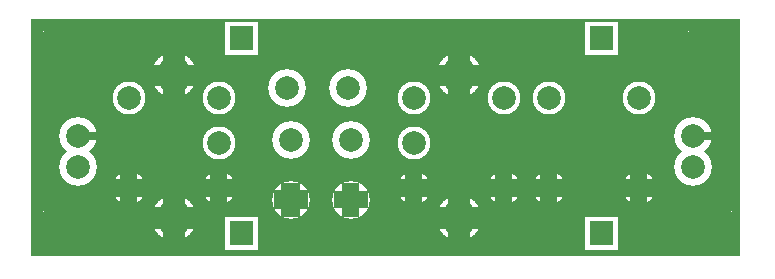
<source format=gbr>
%FSLAX34Y34*%
%MOMM*%
%LNCOPPER_TOP*%
G71*
G01*
%ADD10C,3.200*%
%ADD11C,2.800*%
%ADD12C,2.800*%
%ADD13C,3.800*%
%ADD14C,4.200*%
%ADD15C,1.607*%
%ADD16C,1.447*%
%ADD17C,1.860*%
%ADD18C,0.667*%
%ADD19C,0.813*%
%ADD20C,2.973*%
%ADD21C,2.000*%
%ADD22C,2.000*%
%ADD23C,3.000*%
%ADD24C,4.000*%
%LPD*%
G36*
X0Y200000D02*
X600000Y200000D01*
X600000Y0D01*
X0Y0D01*
X0Y200000D01*
G37*
%LPC*%
X267741Y142221D02*
G54D10*
D03*
X216760Y142109D02*
G54D10*
D03*
X219377Y98123D02*
G54D10*
D03*
X219490Y47142D02*
G54D10*
D03*
X270177Y98123D02*
G54D10*
D03*
X270290Y47142D02*
G54D10*
D03*
X219490Y47142D02*
G54D11*
D03*
X270290Y47142D02*
G54D11*
D03*
X438150Y133450D02*
G54D12*
D03*
X438150Y57250D02*
G54D12*
D03*
X514350Y57250D02*
G54D12*
D03*
X514350Y133450D02*
G54D12*
D03*
X514350Y57250D02*
G54D11*
D03*
X514350Y133450D02*
G54D11*
D03*
X82550Y133450D02*
G54D12*
D03*
X82550Y57250D02*
G54D12*
D03*
X158750Y133450D02*
G54D12*
D03*
X82550Y133450D02*
G54D12*
D03*
X158750Y133450D02*
G54D12*
D03*
X158750Y57250D02*
G54D12*
D03*
X120650Y152500D02*
G54D13*
D03*
X120650Y31850D02*
G54D13*
D03*
X323850Y133450D02*
G54D12*
D03*
X323850Y57250D02*
G54D12*
D03*
X400050Y133450D02*
G54D12*
D03*
X323850Y133450D02*
G54D12*
D03*
X400050Y133450D02*
G54D12*
D03*
X400050Y57250D02*
G54D12*
D03*
X82550Y57250D02*
G54D11*
D03*
X158750Y57250D02*
G54D11*
D03*
X323850Y57250D02*
G54D11*
D03*
X400050Y57250D02*
G54D11*
D03*
X361950Y152500D02*
G54D13*
D03*
X361950Y31850D02*
G54D13*
D03*
X120650Y31850D02*
G54D13*
D03*
X361950Y31850D02*
G54D13*
D03*
X361950Y152500D02*
G54D13*
D03*
X39741Y100916D02*
G54D10*
D03*
X39741Y75416D02*
G54D10*
D03*
X560441Y100916D02*
G54D10*
D03*
X560441Y75416D02*
G54D10*
D03*
X25400Y22200D02*
G54D14*
D03*
X25400Y174600D02*
G54D14*
D03*
X571500Y174600D02*
G54D14*
D03*
X577850Y22200D02*
G54D14*
D03*
X438150Y57250D02*
G54D11*
D03*
G36*
X468600Y33050D02*
X496600Y33050D01*
X496600Y5050D01*
X468600Y5050D01*
X468600Y33050D01*
G37*
G36*
X163800Y33050D02*
X191800Y33050D01*
X191800Y5050D01*
X163800Y5050D01*
X163800Y33050D01*
G37*
G36*
X163800Y198150D02*
X191800Y198150D01*
X191800Y170150D01*
X163800Y170150D01*
X163800Y198150D01*
G37*
G36*
X468600Y198150D02*
X496600Y198150D01*
X496600Y170150D01*
X468600Y170150D01*
X468600Y198150D01*
G37*
X158750Y95350D02*
G54D12*
D03*
X323850Y95350D02*
G54D12*
D03*
%LPD*%
G54D15*
G36*
X211456Y47142D02*
X211456Y61642D01*
X227523Y61642D01*
X227523Y47142D01*
X211456Y47142D01*
G37*
G36*
X219490Y55176D02*
X233990Y55176D01*
X233990Y39109D01*
X219490Y39109D01*
X219490Y55176D01*
G37*
G36*
X227523Y47142D02*
X227523Y32642D01*
X211456Y32642D01*
X211456Y47142D01*
X227523Y47142D01*
G37*
G36*
X219490Y39109D02*
X204990Y39109D01*
X204990Y55176D01*
X219490Y55176D01*
X219490Y39109D01*
G37*
G54D16*
G36*
X263056Y47142D02*
X263056Y61642D01*
X277523Y61642D01*
X277523Y47142D01*
X263056Y47142D01*
G37*
G36*
X270290Y54376D02*
X284790Y54376D01*
X284790Y39909D01*
X270290Y39909D01*
X270290Y54376D01*
G37*
G36*
X277523Y47142D02*
X277523Y32642D01*
X263056Y32642D01*
X263056Y47142D01*
X277523Y47142D01*
G37*
G36*
X270290Y39909D02*
X255790Y39909D01*
X255790Y54376D01*
X270290Y54376D01*
X270290Y39909D01*
G37*
G54D16*
G36*
X507117Y57250D02*
X507117Y71750D01*
X521583Y71750D01*
X521583Y57250D01*
X507117Y57250D01*
G37*
G36*
X514350Y64483D02*
X528850Y64483D01*
X528850Y50017D01*
X514350Y50017D01*
X514350Y64483D01*
G37*
G36*
X521583Y57250D02*
X521583Y42750D01*
X507117Y42750D01*
X507117Y57250D01*
X521583Y57250D01*
G37*
G36*
X514350Y50017D02*
X499850Y50017D01*
X499850Y64483D01*
X514350Y64483D01*
X514350Y50017D01*
G37*
G54D17*
G36*
X111350Y152500D02*
X111350Y172000D01*
X129950Y172000D01*
X129950Y152500D01*
X111350Y152500D01*
G37*
G36*
X120650Y161800D02*
X140150Y161800D01*
X140150Y143200D01*
X120650Y143200D01*
X120650Y161800D01*
G37*
G36*
X129950Y152500D02*
X129950Y133000D01*
X111350Y133000D01*
X111350Y152500D01*
X129950Y152500D01*
G37*
G36*
X120650Y143200D02*
X101150Y143200D01*
X101150Y161800D01*
X120650Y161800D01*
X120650Y143200D01*
G37*
G54D16*
G36*
X75317Y57250D02*
X75317Y71750D01*
X89783Y71750D01*
X89783Y57250D01*
X75317Y57250D01*
G37*
G36*
X82550Y64483D02*
X97050Y64483D01*
X97050Y50017D01*
X82550Y50017D01*
X82550Y64483D01*
G37*
G36*
X89783Y57250D02*
X89783Y42750D01*
X75317Y42750D01*
X75317Y57250D01*
X89783Y57250D01*
G37*
G36*
X82550Y50017D02*
X68050Y50017D01*
X68050Y64483D01*
X82550Y64483D01*
X82550Y50017D01*
G37*
G54D16*
G36*
X151517Y57250D02*
X151517Y71750D01*
X165983Y71750D01*
X165983Y57250D01*
X151517Y57250D01*
G37*
G36*
X158750Y64483D02*
X173250Y64483D01*
X173250Y50017D01*
X158750Y50017D01*
X158750Y64483D01*
G37*
G36*
X165983Y57250D02*
X165983Y42750D01*
X151517Y42750D01*
X151517Y57250D01*
X165983Y57250D01*
G37*
G36*
X158750Y50017D02*
X144250Y50017D01*
X144250Y64483D01*
X158750Y64483D01*
X158750Y50017D01*
G37*
G54D16*
G36*
X316617Y57250D02*
X316617Y71750D01*
X331083Y71750D01*
X331083Y57250D01*
X316617Y57250D01*
G37*
G36*
X323850Y64483D02*
X338350Y64483D01*
X338350Y50017D01*
X323850Y50017D01*
X323850Y64483D01*
G37*
G36*
X331083Y57250D02*
X331083Y42750D01*
X316617Y42750D01*
X316617Y57250D01*
X331083Y57250D01*
G37*
G36*
X323850Y50017D02*
X309350Y50017D01*
X309350Y64483D01*
X323850Y64483D01*
X323850Y50017D01*
G37*
G54D16*
G36*
X392817Y57250D02*
X392817Y71750D01*
X407283Y71750D01*
X407283Y57250D01*
X392817Y57250D01*
G37*
G36*
X400050Y64483D02*
X414550Y64483D01*
X414550Y50017D01*
X400050Y50017D01*
X400050Y64483D01*
G37*
G36*
X407283Y57250D02*
X407283Y42750D01*
X392817Y42750D01*
X392817Y57250D01*
X407283Y57250D01*
G37*
G36*
X400050Y50017D02*
X385550Y50017D01*
X385550Y64483D01*
X400050Y64483D01*
X400050Y50017D01*
G37*
G54D17*
G36*
X111350Y31850D02*
X111350Y51350D01*
X129950Y51350D01*
X129950Y31850D01*
X111350Y31850D01*
G37*
G36*
X120650Y41150D02*
X140150Y41150D01*
X140150Y22550D01*
X120650Y22550D01*
X120650Y41150D01*
G37*
G36*
X129950Y31850D02*
X129950Y12350D01*
X111350Y12350D01*
X111350Y31850D01*
X129950Y31850D01*
G37*
G36*
X120650Y22550D02*
X101150Y22550D01*
X101150Y41150D01*
X120650Y41150D01*
X120650Y22550D01*
G37*
G54D17*
G36*
X352650Y31850D02*
X352650Y51350D01*
X371250Y51350D01*
X371250Y31850D01*
X352650Y31850D01*
G37*
G36*
X361950Y41150D02*
X381450Y41150D01*
X381450Y22550D01*
X361950Y22550D01*
X361950Y41150D01*
G37*
G36*
X371250Y31850D02*
X371250Y12350D01*
X352650Y12350D01*
X352650Y31850D01*
X371250Y31850D01*
G37*
G36*
X361950Y22550D02*
X342450Y22550D01*
X342450Y41150D01*
X361950Y41150D01*
X361950Y22550D01*
G37*
G54D17*
G36*
X352650Y152500D02*
X352650Y172000D01*
X371250Y172000D01*
X371250Y152500D01*
X352650Y152500D01*
G37*
G36*
X361950Y161800D02*
X381450Y161800D01*
X381450Y143200D01*
X361950Y143200D01*
X361950Y161800D01*
G37*
G36*
X371250Y152500D02*
X371250Y133000D01*
X352650Y133000D01*
X352650Y152500D01*
X371250Y152500D01*
G37*
G36*
X361950Y143200D02*
X342450Y143200D01*
X342450Y161800D01*
X361950Y161800D01*
X361950Y143200D01*
G37*
G54D18*
G36*
X39741Y104250D02*
X56241Y104250D01*
X56241Y97583D01*
X39741Y97583D01*
X39741Y104250D01*
G37*
G54D19*
G54D18*
G36*
X560441Y104250D02*
X576941Y104250D01*
X576941Y97583D01*
X560441Y97583D01*
X560441Y104250D01*
G37*
G54D19*
G54D20*
G36*
X25400Y37067D02*
X46900Y37067D01*
X46900Y7333D01*
X25400Y7333D01*
X25400Y37067D01*
G37*
G36*
X40267Y22200D02*
X40267Y700D01*
X10533Y700D01*
X10533Y22200D01*
X40267Y22200D01*
G37*
G36*
X25400Y7333D02*
X3900Y7333D01*
X3900Y37067D01*
X25400Y37067D01*
X25400Y7333D01*
G37*
G36*
X10533Y22200D02*
X10533Y43700D01*
X40267Y43700D01*
X40267Y22200D01*
X10533Y22200D01*
G37*
G54D20*
G36*
X25400Y189467D02*
X46900Y189467D01*
X46900Y159733D01*
X25400Y159733D01*
X25400Y189467D01*
G37*
G36*
X40267Y174600D02*
X40267Y153100D01*
X10533Y153100D01*
X10533Y174600D01*
X40267Y174600D01*
G37*
G36*
X25400Y159733D02*
X3900Y159733D01*
X3900Y189467D01*
X25400Y189467D01*
X25400Y159733D01*
G37*
G36*
X10533Y174600D02*
X10533Y196100D01*
X40267Y196100D01*
X40267Y174600D01*
X10533Y174600D01*
G37*
G54D20*
G36*
X571500Y189467D02*
X593000Y189467D01*
X593000Y159733D01*
X571500Y159733D01*
X571500Y189467D01*
G37*
G36*
X586367Y174600D02*
X586367Y153100D01*
X556633Y153100D01*
X556633Y174600D01*
X586367Y174600D01*
G37*
G36*
X571500Y159733D02*
X550000Y159733D01*
X550000Y189467D01*
X571500Y189467D01*
X571500Y159733D01*
G37*
G36*
X556633Y174600D02*
X556633Y196100D01*
X586367Y196100D01*
X586367Y174600D01*
X556633Y174600D01*
G37*
G54D20*
G36*
X577850Y37067D02*
X599350Y37067D01*
X599350Y7333D01*
X577850Y7333D01*
X577850Y37067D01*
G37*
G36*
X592717Y22200D02*
X592717Y700D01*
X562983Y700D01*
X562983Y22200D01*
X592717Y22200D01*
G37*
G36*
X577850Y7333D02*
X556350Y7333D01*
X556350Y37067D01*
X577850Y37067D01*
X577850Y7333D01*
G37*
G36*
X562983Y22200D02*
X562983Y43700D01*
X592717Y43700D01*
X592717Y22200D01*
X562983Y22200D01*
G37*
G54D16*
G36*
X430917Y57250D02*
X430917Y71750D01*
X445383Y71750D01*
X445383Y57250D01*
X430917Y57250D01*
G37*
G36*
X438150Y64483D02*
X452650Y64483D01*
X452650Y50017D01*
X438150Y50017D01*
X438150Y64483D01*
G37*
G36*
X445383Y57250D02*
X445383Y42750D01*
X430917Y42750D01*
X430917Y57250D01*
X445383Y57250D01*
G37*
G36*
X438150Y50017D02*
X423650Y50017D01*
X423650Y64483D01*
X438150Y64483D01*
X438150Y50017D01*
G37*
X267741Y142221D02*
G54D21*
D03*
X216760Y142109D02*
G54D21*
D03*
X219377Y98123D02*
G54D21*
D03*
X219490Y47142D02*
G54D21*
D03*
X270177Y98123D02*
G54D21*
D03*
X270290Y47142D02*
G54D21*
D03*
X219490Y47142D02*
G54D22*
D03*
X270290Y47142D02*
G54D22*
D03*
X438150Y133450D02*
G54D21*
D03*
X438150Y57250D02*
G54D21*
D03*
X514350Y57250D02*
G54D21*
D03*
X514350Y133450D02*
G54D21*
D03*
X514350Y57250D02*
G54D22*
D03*
X514350Y133450D02*
G54D22*
D03*
X82550Y133450D02*
G54D21*
D03*
X82550Y57250D02*
G54D21*
D03*
X158750Y133450D02*
G54D21*
D03*
X82550Y133450D02*
G54D21*
D03*
X158750Y133450D02*
G54D21*
D03*
X158750Y57250D02*
G54D21*
D03*
X120650Y152500D02*
G54D23*
D03*
X120650Y31850D02*
G54D23*
D03*
X323850Y133450D02*
G54D21*
D03*
X323850Y57250D02*
G54D21*
D03*
X400050Y133450D02*
G54D21*
D03*
X323850Y133450D02*
G54D21*
D03*
X400050Y133450D02*
G54D21*
D03*
X400050Y57250D02*
G54D21*
D03*
X82550Y57250D02*
G54D22*
D03*
X158750Y57250D02*
G54D22*
D03*
X323850Y57250D02*
G54D22*
D03*
X400050Y57250D02*
G54D22*
D03*
X361950Y152500D02*
G54D23*
D03*
X361950Y31850D02*
G54D23*
D03*
X120650Y31850D02*
G54D23*
D03*
X361950Y31850D02*
G54D23*
D03*
X361950Y152500D02*
G54D23*
D03*
X39741Y100916D02*
G54D21*
D03*
X39741Y75416D02*
G54D21*
D03*
X560441Y100916D02*
G54D21*
D03*
X560441Y75416D02*
G54D21*
D03*
X25400Y22200D02*
G54D24*
D03*
X25400Y174600D02*
G54D24*
D03*
X571500Y174600D02*
G54D24*
D03*
X577850Y22200D02*
G54D24*
D03*
X438150Y57250D02*
G54D22*
D03*
G36*
X472600Y29050D02*
X492600Y29050D01*
X492600Y9050D01*
X472600Y9050D01*
X472600Y29050D01*
G37*
G36*
X167800Y29050D02*
X187800Y29050D01*
X187800Y9050D01*
X167800Y9050D01*
X167800Y29050D01*
G37*
G36*
X167800Y194150D02*
X187800Y194150D01*
X187800Y174150D01*
X167800Y174150D01*
X167800Y194150D01*
G37*
G36*
X472600Y194150D02*
X492600Y194150D01*
X492600Y174150D01*
X472600Y174150D01*
X472600Y194150D01*
G37*
X158750Y95350D02*
G54D21*
D03*
X323850Y95350D02*
G54D21*
D03*
M02*

</source>
